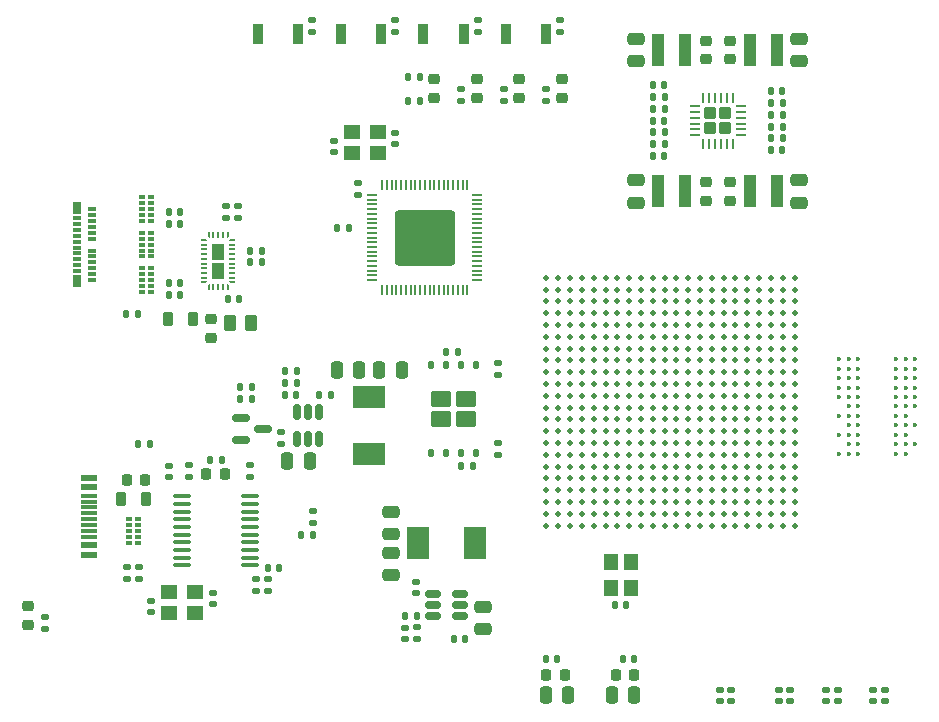
<source format=gbr>
%TF.GenerationSoftware,KiCad,Pcbnew,8.0.0*%
%TF.CreationDate,2024-03-11T20:36:25+10:00*%
%TF.ProjectId,PCIeDMA,50434965-444d-4412-9e6b-696361645f70,1*%
%TF.SameCoordinates,Original*%
%TF.FileFunction,Paste,Top*%
%TF.FilePolarity,Positive*%
%FSLAX46Y46*%
G04 Gerber Fmt 4.6, Leading zero omitted, Abs format (unit mm)*
G04 Created by KiCad (PCBNEW 8.0.0) date 2024-03-11 20:36:25*
%MOMM*%
%LPD*%
G01*
G04 APERTURE LIST*
G04 Aperture macros list*
%AMRoundRect*
0 Rectangle with rounded corners*
0 $1 Rounding radius*
0 $2 $3 $4 $5 $6 $7 $8 $9 X,Y pos of 4 corners*
0 Add a 4 corners polygon primitive as box body*
4,1,4,$2,$3,$4,$5,$6,$7,$8,$9,$2,$3,0*
0 Add four circle primitives for the rounded corners*
1,1,$1+$1,$2,$3*
1,1,$1+$1,$4,$5*
1,1,$1+$1,$6,$7*
1,1,$1+$1,$8,$9*
0 Add four rect primitives between the rounded corners*
20,1,$1+$1,$2,$3,$4,$5,0*
20,1,$1+$1,$4,$5,$6,$7,0*
20,1,$1+$1,$6,$7,$8,$9,0*
20,1,$1+$1,$8,$9,$2,$3,0*%
%AMFreePoly0*
4,1,18,-0.250000,0.050000,-0.246194,0.069134,-0.235355,0.085355,-0.219134,0.096194,-0.200000,0.100000,0.150000,0.100000,0.250000,0.000000,0.250000,-0.050000,0.246194,-0.069134,0.235355,-0.085355,0.219134,-0.096194,0.200000,-0.100000,-0.200000,-0.100000,-0.219134,-0.096194,-0.235355,-0.085355,-0.246194,-0.069134,-0.250000,-0.050000,-0.250000,0.050000,-0.250000,0.050000,$1*%
%AMFreePoly1*
4,1,18,-0.250000,0.050000,-0.246194,0.069134,-0.235355,0.085355,-0.219134,0.096194,-0.200000,0.100000,0.200000,0.100000,0.219134,0.096194,0.235355,0.085355,0.246194,0.069134,0.250000,0.050000,0.250000,0.000000,0.150000,-0.100000,-0.200000,-0.100000,-0.219134,-0.096194,-0.235355,-0.085355,-0.246194,-0.069134,-0.250000,-0.050000,-0.250000,0.050000,-0.250000,0.050000,$1*%
%AMFreePoly2*
4,1,18,-0.100000,0.150000,0.000000,0.250000,0.050000,0.250000,0.069134,0.246194,0.085355,0.235355,0.096194,0.219134,0.100000,0.200000,0.100000,-0.200000,0.096194,-0.219134,0.085355,-0.235355,0.069134,-0.246194,0.050000,-0.250000,-0.050000,-0.250000,-0.069134,-0.246194,-0.085355,-0.235355,-0.096194,-0.219134,-0.100000,-0.200000,-0.100000,0.150000,-0.100000,0.150000,$1*%
%AMFreePoly3*
4,1,18,-0.100000,0.200000,-0.096194,0.219134,-0.085355,0.235355,-0.069134,0.246194,-0.050000,0.250000,0.000000,0.250000,0.100000,0.150000,0.100000,-0.200000,0.096194,-0.219134,0.085355,-0.235355,0.069134,-0.246194,0.050000,-0.250000,-0.050000,-0.250000,-0.069134,-0.246194,-0.085355,-0.235355,-0.096194,-0.219134,-0.100000,-0.200000,-0.100000,0.200000,-0.100000,0.200000,$1*%
%AMFreePoly4*
4,1,18,-0.250000,0.050000,-0.246194,0.069134,-0.235355,0.085355,-0.219134,0.096194,-0.200000,0.100000,0.200000,0.100000,0.219134,0.096194,0.235355,0.085355,0.246194,0.069134,0.250000,0.050000,0.250000,-0.050000,0.246194,-0.069134,0.235355,-0.085355,0.219134,-0.096194,0.200000,-0.100000,-0.150000,-0.100000,-0.250000,0.000000,-0.250000,0.050000,-0.250000,0.050000,$1*%
%AMFreePoly5*
4,1,18,-0.250000,0.000000,-0.150000,0.100000,0.200000,0.100000,0.219134,0.096194,0.235355,0.085355,0.246194,0.069134,0.250000,0.050000,0.250000,-0.050000,0.246194,-0.069134,0.235355,-0.085355,0.219134,-0.096194,0.200000,-0.100000,-0.200000,-0.100000,-0.219134,-0.096194,-0.235355,-0.085355,-0.246194,-0.069134,-0.250000,-0.050000,-0.250000,0.000000,-0.250000,0.000000,$1*%
%AMFreePoly6*
4,1,18,-0.100000,0.200000,-0.096194,0.219134,-0.085355,0.235355,-0.069134,0.246194,-0.050000,0.250000,0.050000,0.250000,0.069134,0.246194,0.085355,0.235355,0.096194,0.219134,0.100000,0.200000,0.100000,-0.150000,0.000000,-0.250000,-0.050000,-0.250000,-0.069134,-0.246194,-0.085355,-0.235355,-0.096194,-0.219134,-0.100000,-0.200000,-0.100000,0.200000,-0.100000,0.200000,$1*%
%AMFreePoly7*
4,1,18,-0.100000,0.200000,-0.096194,0.219134,-0.085355,0.235355,-0.069134,0.246194,-0.050000,0.250000,0.050000,0.250000,0.069134,0.246194,0.085355,0.235355,0.096194,0.219134,0.100000,0.200000,0.100000,-0.200000,0.096194,-0.219134,0.085355,-0.235355,0.069134,-0.246194,0.050000,-0.250000,0.000000,-0.250000,-0.100000,-0.150000,-0.100000,0.200000,-0.100000,0.200000,$1*%
G04 Aperture macros list end*
%ADD10RoundRect,0.140000X0.170000X-0.140000X0.170000X0.140000X-0.170000X0.140000X-0.170000X-0.140000X0*%
%ADD11RoundRect,0.135000X0.185000X-0.135000X0.185000X0.135000X-0.185000X0.135000X-0.185000X-0.135000X0*%
%ADD12FreePoly0,180.000000*%
%ADD13RoundRect,0.050000X0.200000X0.050000X-0.200000X0.050000X-0.200000X-0.050000X0.200000X-0.050000X0*%
%ADD14FreePoly1,180.000000*%
%ADD15FreePoly2,180.000000*%
%ADD16RoundRect,0.050000X0.050000X0.200000X-0.050000X0.200000X-0.050000X-0.200000X0.050000X-0.200000X0*%
%ADD17FreePoly3,180.000000*%
%ADD18FreePoly4,180.000000*%
%ADD19FreePoly5,180.000000*%
%ADD20FreePoly6,180.000000*%
%ADD21FreePoly7,180.000000*%
%ADD22RoundRect,0.045833X0.504167X0.654167X-0.504167X0.654167X-0.504167X-0.654167X0.504167X-0.654167X0*%
%ADD23RoundRect,0.250000X0.475000X-0.250000X0.475000X0.250000X-0.475000X0.250000X-0.475000X-0.250000X0*%
%ADD24RoundRect,0.140000X-0.140000X-0.170000X0.140000X-0.170000X0.140000X0.170000X-0.140000X0.170000X0*%
%ADD25RoundRect,0.135000X-0.185000X0.135000X-0.185000X-0.135000X0.185000X-0.135000X0.185000X0.135000X0*%
%ADD26RoundRect,0.218750X-0.218750X-0.256250X0.218750X-0.256250X0.218750X0.256250X-0.218750X0.256250X0*%
%ADD27RoundRect,0.140000X-0.170000X0.140000X-0.170000X-0.140000X0.170000X-0.140000X0.170000X0.140000X0*%
%ADD28R,0.900000X1.700000*%
%ADD29RoundRect,0.225000X0.225000X0.250000X-0.225000X0.250000X-0.225000X-0.250000X0.225000X-0.250000X0*%
%ADD30R,2.790000X1.903000*%
%ADD31C,0.500000*%
%ADD32RoundRect,0.250000X-0.250000X-0.475000X0.250000X-0.475000X0.250000X0.475000X-0.250000X0.475000X0*%
%ADD33RoundRect,0.135000X-0.135000X-0.185000X0.135000X-0.185000X0.135000X0.185000X-0.135000X0.185000X0*%
%ADD34RoundRect,0.135000X0.135000X0.185000X-0.135000X0.185000X-0.135000X-0.185000X0.135000X-0.185000X0*%
%ADD35RoundRect,0.140000X0.140000X0.170000X-0.140000X0.170000X-0.140000X-0.170000X0.140000X-0.170000X0*%
%ADD36RoundRect,0.250000X-0.475000X0.250000X-0.475000X-0.250000X0.475000X-0.250000X0.475000X0.250000X0*%
%ADD37RoundRect,0.218750X-0.256250X0.218750X-0.256250X-0.218750X0.256250X-0.218750X0.256250X0.218750X0*%
%ADD38RoundRect,0.250000X0.250000X0.475000X-0.250000X0.475000X-0.250000X-0.475000X0.250000X-0.475000X0*%
%ADD39RoundRect,0.075000X-0.200000X0.075000X-0.200000X-0.075000X0.200000X-0.075000X0.200000X0.075000X0*%
%ADD40R,1.450000X0.600000*%
%ADD41R,1.450000X0.300000*%
%ADD42RoundRect,0.150000X-0.512500X-0.150000X0.512500X-0.150000X0.512500X0.150000X-0.512500X0.150000X0*%
%ADD43RoundRect,0.100000X0.637500X0.100000X-0.637500X0.100000X-0.637500X-0.100000X0.637500X-0.100000X0*%
%ADD44RoundRect,0.250001X-2.294999X2.089999X-2.294999X-2.089999X2.294999X-2.089999X2.294999X2.089999X0*%
%ADD45RoundRect,0.050000X-0.050000X0.387500X-0.050000X-0.387500X0.050000X-0.387500X0.050000X0.387500X0*%
%ADD46RoundRect,0.050000X-0.387500X0.050000X-0.387500X-0.050000X0.387500X-0.050000X0.387500X0.050000X0*%
%ADD47R,1.000000X2.750000*%
%ADD48RoundRect,0.225000X-0.250000X0.225000X-0.250000X-0.225000X0.250000X-0.225000X0.250000X0.225000X0*%
%ADD49R,0.700000X0.300000*%
%ADD50R,0.700000X1.000000*%
%ADD51R,1.400000X1.200000*%
%ADD52RoundRect,0.250000X-0.615000X0.435000X-0.615000X-0.435000X0.615000X-0.435000X0.615000X0.435000X0*%
%ADD53RoundRect,0.125000X-0.125000X0.200000X-0.125000X-0.200000X0.125000X-0.200000X0.125000X0.200000X0*%
%ADD54RoundRect,0.150000X-0.150000X0.512500X-0.150000X-0.512500X0.150000X-0.512500X0.150000X0.512500X0*%
%ADD55RoundRect,0.150000X-0.587500X-0.150000X0.587500X-0.150000X0.587500X0.150000X-0.587500X0.150000X0*%
%ADD56RoundRect,0.250000X-0.262500X-0.450000X0.262500X-0.450000X0.262500X0.450000X-0.262500X0.450000X0*%
%ADD57RoundRect,0.218750X0.256250X-0.218750X0.256250X0.218750X-0.256250X0.218750X-0.256250X-0.218750X0*%
%ADD58RoundRect,0.250000X-0.275000X-0.275000X0.275000X-0.275000X0.275000X0.275000X-0.275000X0.275000X0*%
%ADD59RoundRect,0.062500X-0.350000X-0.062500X0.350000X-0.062500X0.350000X0.062500X-0.350000X0.062500X0*%
%ADD60RoundRect,0.062500X-0.062500X-0.350000X0.062500X-0.350000X0.062500X0.350000X-0.062500X0.350000X0*%
%ADD61RoundRect,0.218750X-0.218750X-0.381250X0.218750X-0.381250X0.218750X0.381250X-0.218750X0.381250X0*%
%ADD62R,1.903000X2.790000*%
%ADD63RoundRect,0.225000X0.250000X-0.225000X0.250000X0.225000X-0.250000X0.225000X-0.250000X-0.225000X0*%
%ADD64R,1.200000X1.400000*%
%ADD65C,0.360000*%
%ADD66RoundRect,0.225000X-0.225000X-0.250000X0.225000X-0.250000X0.225000X0.250000X-0.225000X0.250000X0*%
G04 APERTURE END LIST*
D10*
%TO.C,C28*%
X12550000Y-51830000D03*
X12550000Y-50870000D03*
%TD*%
D11*
%TO.C,R47*%
X23550000Y-37610000D03*
X23550000Y-36590000D03*
%TD*%
D12*
%TO.C,U6*%
X19400000Y-23900000D03*
D13*
X19400000Y-23500000D03*
X19400000Y-23100000D03*
X19400000Y-22700000D03*
X19400000Y-22300000D03*
X19400000Y-21900000D03*
X19400000Y-21500000D03*
X19400000Y-21100000D03*
X19400000Y-20700000D03*
D14*
X19400000Y-20300000D03*
D15*
X19000000Y-19900000D03*
D16*
X18600000Y-19900000D03*
X18200000Y-19900000D03*
X17800000Y-19900000D03*
D17*
X17400000Y-19900000D03*
D18*
X17000000Y-20300000D03*
D13*
X17000000Y-20700000D03*
X17000000Y-21100000D03*
X17000000Y-21500000D03*
X17000000Y-21900000D03*
X17000000Y-22300000D03*
X17000000Y-22700000D03*
X17000000Y-23100000D03*
X17000000Y-23500000D03*
D19*
X17000000Y-23900000D03*
D20*
X17400000Y-24300000D03*
D16*
X17800000Y-24300000D03*
X18200000Y-24300000D03*
X18600000Y-24300000D03*
D21*
X19000000Y-24300000D03*
D22*
X18200000Y-22900000D03*
X18200000Y-21300000D03*
%TD*%
D23*
%TO.C,C111*%
X53600000Y-17150000D03*
X53600000Y-15250000D03*
%TD*%
D24*
%TO.C,C21*%
X45970000Y-55800000D03*
X46930000Y-55800000D03*
%TD*%
D25*
%TO.C,R36*%
X38775000Y-7490000D03*
X38775000Y-8510000D03*
%TD*%
D26*
%TO.C,D1*%
X17212500Y-40100000D03*
X18787500Y-40100000D03*
%TD*%
D27*
%TO.C,C5*%
X60650000Y-58420000D03*
X60650000Y-59380000D03*
%TD*%
D24*
%TO.C,C31*%
X14020000Y-18925000D03*
X14980000Y-18925000D03*
%TD*%
D11*
%TO.C,R13*%
X15700000Y-40410000D03*
X15700000Y-39390000D03*
%TD*%
D24*
%TO.C,C34*%
X14020000Y-23975000D03*
X14980000Y-23975000D03*
%TD*%
D28*
%TO.C,SW3*%
X28575000Y-2900000D03*
X31975000Y-2900000D03*
%TD*%
D27*
%TO.C,C4*%
X74650000Y-58420000D03*
X74650000Y-59380000D03*
%TD*%
D29*
%TO.C,C25*%
X12025000Y-40600000D03*
X10475000Y-40600000D03*
%TD*%
%TO.C,C23*%
X53425000Y-57100000D03*
X51875000Y-57100000D03*
%TD*%
D24*
%TO.C,C107*%
X55020000Y-13200000D03*
X55980000Y-13200000D03*
%TD*%
D30*
%TO.C,L2*%
X31000000Y-38426500D03*
X31000000Y-33573500D03*
%TD*%
D31*
%TO.C,U8*%
X67000000Y-44500000D03*
X66000000Y-44500000D03*
X65000000Y-44500000D03*
X64000000Y-44500000D03*
X63000000Y-44500000D03*
X62000000Y-44500000D03*
X61000000Y-44500000D03*
X60000000Y-44500000D03*
X59000000Y-44500000D03*
X58000000Y-44500000D03*
X57000000Y-44500000D03*
X56000000Y-44500000D03*
X55000000Y-44500000D03*
X54000000Y-44500000D03*
X53000000Y-44500000D03*
X52000000Y-44500000D03*
X51000000Y-44500000D03*
X50000000Y-44500000D03*
X49000000Y-44500000D03*
X48000000Y-44500000D03*
X47000000Y-44500000D03*
X46000000Y-44500000D03*
X67000000Y-24500000D03*
X66000000Y-24500000D03*
X65000000Y-24500000D03*
X64000000Y-24500000D03*
X63000000Y-24500000D03*
X62000000Y-24500000D03*
X61000000Y-24500000D03*
X60000000Y-24500000D03*
X59000000Y-24500000D03*
X58000000Y-24500000D03*
X57000000Y-24500000D03*
X56000000Y-24500000D03*
X55000000Y-24500000D03*
X54000000Y-24500000D03*
X53000000Y-24500000D03*
X52000000Y-24500000D03*
X51000000Y-24500000D03*
X50000000Y-24500000D03*
X49000000Y-24500000D03*
X48000000Y-24500000D03*
X47000000Y-24500000D03*
X46000000Y-24500000D03*
X67000000Y-23500000D03*
X66000000Y-23500000D03*
X65000000Y-23500000D03*
X64000000Y-23500000D03*
X63000000Y-23500000D03*
X62000000Y-23500000D03*
X61000000Y-23500000D03*
X60000000Y-23500000D03*
X59000000Y-23500000D03*
X58000000Y-23500000D03*
X57000000Y-23500000D03*
X56000000Y-23500000D03*
X55000000Y-23500000D03*
X54000000Y-23500000D03*
X53000000Y-23500000D03*
X52000000Y-23500000D03*
X51000000Y-23500000D03*
X50000000Y-23500000D03*
X49000000Y-23500000D03*
X48000000Y-23500000D03*
X47000000Y-23500000D03*
X46000000Y-23500000D03*
X67000000Y-43500000D03*
X66000000Y-43500000D03*
X65000000Y-43500000D03*
X64000000Y-43500000D03*
X63000000Y-43500000D03*
X62000000Y-43500000D03*
X61000000Y-43500000D03*
X60000000Y-43500000D03*
X59000000Y-43500000D03*
X58000000Y-43500000D03*
X57000000Y-43500000D03*
X56000000Y-43500000D03*
X55000000Y-43500000D03*
X54000000Y-43500000D03*
X53000000Y-43500000D03*
X52000000Y-43500000D03*
X51000000Y-43500000D03*
X50000000Y-43500000D03*
X49000000Y-43500000D03*
X48000000Y-43500000D03*
X47000000Y-43500000D03*
X46000000Y-43500000D03*
X67000000Y-42500000D03*
X66000000Y-42500000D03*
X65000000Y-42500000D03*
X64000000Y-42500000D03*
X63000000Y-42500000D03*
X62000000Y-42500000D03*
X61000000Y-42500000D03*
X60000000Y-42500000D03*
X59000000Y-42500000D03*
X58000000Y-42500000D03*
X57000000Y-42500000D03*
X56000000Y-42500000D03*
X55000000Y-42500000D03*
X54000000Y-42500000D03*
X53000000Y-42500000D03*
X52000000Y-42500000D03*
X51000000Y-42500000D03*
X50000000Y-42500000D03*
X49000000Y-42500000D03*
X48000000Y-42500000D03*
X47000000Y-42500000D03*
X46000000Y-42500000D03*
X67000000Y-41500000D03*
X66000000Y-41500000D03*
X65000000Y-41500000D03*
X64000000Y-41500000D03*
X63000000Y-41500000D03*
X62000000Y-41500000D03*
X61000000Y-41500000D03*
X60000000Y-41500000D03*
X59000000Y-41500000D03*
X58000000Y-41500000D03*
X57000000Y-41500000D03*
X56000000Y-41500000D03*
X55000000Y-41500000D03*
X54000000Y-41500000D03*
X53000000Y-41500000D03*
X52000000Y-41500000D03*
X51000000Y-41500000D03*
X50000000Y-41500000D03*
X49000000Y-41500000D03*
X48000000Y-41500000D03*
X47000000Y-41500000D03*
X46000000Y-41500000D03*
X67000000Y-40500000D03*
X66000000Y-40500000D03*
X65000000Y-40500000D03*
X64000000Y-40500000D03*
X63000000Y-40500000D03*
X62000000Y-40500000D03*
X61000000Y-40500000D03*
X60000000Y-40500000D03*
X59000000Y-40500000D03*
X58000000Y-40500000D03*
X57000000Y-40500000D03*
X56000000Y-40500000D03*
X55000000Y-40500000D03*
X54000000Y-40500000D03*
X53000000Y-40500000D03*
X52000000Y-40500000D03*
X51000000Y-40500000D03*
X50000000Y-40500000D03*
X49000000Y-40500000D03*
X48000000Y-40500000D03*
X47000000Y-40500000D03*
X46000000Y-40500000D03*
X67000000Y-39500000D03*
X66000000Y-39500000D03*
X65000000Y-39500000D03*
X64000000Y-39500000D03*
X63000000Y-39500000D03*
X62000000Y-39500000D03*
X61000000Y-39500000D03*
X60000000Y-39500000D03*
X59000000Y-39500000D03*
X58000000Y-39500000D03*
X57000000Y-39500000D03*
X56000000Y-39500000D03*
X55000000Y-39500000D03*
X54000000Y-39500000D03*
X53000000Y-39500000D03*
X52000000Y-39500000D03*
X51000000Y-39500000D03*
X50000000Y-39500000D03*
X49000000Y-39500000D03*
X48000000Y-39500000D03*
X47000000Y-39500000D03*
X46000000Y-39500000D03*
X67000000Y-38500000D03*
X66000000Y-38500000D03*
X65000000Y-38500000D03*
X64000000Y-38500000D03*
X63000000Y-38500000D03*
X62000000Y-38500000D03*
X61000000Y-38500000D03*
X60000000Y-38500000D03*
X59000000Y-38500000D03*
X58000000Y-38500000D03*
X57000000Y-38500000D03*
X56000000Y-38500000D03*
X55000000Y-38500000D03*
X54000000Y-38500000D03*
X53000000Y-38500000D03*
X52000000Y-38500000D03*
X51000000Y-38500000D03*
X50000000Y-38500000D03*
X49000000Y-38500000D03*
X48000000Y-38500000D03*
X47000000Y-38500000D03*
X46000000Y-38500000D03*
X67000000Y-37500000D03*
X66000000Y-37500000D03*
X65000000Y-37500000D03*
X64000000Y-37500000D03*
X63000000Y-37500000D03*
X62000000Y-37500000D03*
X61000000Y-37500000D03*
X60000000Y-37500000D03*
X59000000Y-37500000D03*
X58000000Y-37500000D03*
X57000000Y-37500000D03*
X56000000Y-37500000D03*
X55000000Y-37500000D03*
X54000000Y-37500000D03*
X53000000Y-37500000D03*
X52000000Y-37500000D03*
X51000000Y-37500000D03*
X50000000Y-37500000D03*
X49000000Y-37500000D03*
X48000000Y-37500000D03*
X47000000Y-37500000D03*
X46000000Y-37500000D03*
X67000000Y-36500000D03*
X66000000Y-36500000D03*
X65000000Y-36500000D03*
X64000000Y-36500000D03*
X63000000Y-36500000D03*
X62000000Y-36500000D03*
X61000000Y-36500000D03*
X60000000Y-36500000D03*
X59000000Y-36500000D03*
X58000000Y-36500000D03*
X57000000Y-36500000D03*
X56000000Y-36500000D03*
X55000000Y-36500000D03*
X54000000Y-36500000D03*
X53000000Y-36500000D03*
X52000000Y-36500000D03*
X51000000Y-36500000D03*
X50000000Y-36500000D03*
X49000000Y-36500000D03*
X48000000Y-36500000D03*
X47000000Y-36500000D03*
X46000000Y-36500000D03*
X67000000Y-35500000D03*
X66000000Y-35500000D03*
X65000000Y-35500000D03*
X64000000Y-35500000D03*
X63000000Y-35500000D03*
X62000000Y-35500000D03*
X61000000Y-35500000D03*
X60000000Y-35500000D03*
X59000000Y-35500000D03*
X58000000Y-35500000D03*
X57000000Y-35500000D03*
X56000000Y-35500000D03*
X55000000Y-35500000D03*
X54000000Y-35500000D03*
X53000000Y-35500000D03*
X52000000Y-35500000D03*
X51000000Y-35500000D03*
X50000000Y-35500000D03*
X49000000Y-35500000D03*
X48000000Y-35500000D03*
X47000000Y-35500000D03*
X46000000Y-35500000D03*
X67000000Y-34500000D03*
X66000000Y-34500000D03*
X65000000Y-34500000D03*
X64000000Y-34500000D03*
X63000000Y-34500000D03*
X62000000Y-34500000D03*
X61000000Y-34500000D03*
X60000000Y-34500000D03*
X59000000Y-34500000D03*
X58000000Y-34500000D03*
X57000000Y-34500000D03*
X56000000Y-34500000D03*
X55000000Y-34500000D03*
X54000000Y-34500000D03*
X53000000Y-34500000D03*
X52000000Y-34500000D03*
X51000000Y-34500000D03*
X50000000Y-34500000D03*
X49000000Y-34500000D03*
X48000000Y-34500000D03*
X47000000Y-34500000D03*
X46000000Y-34500000D03*
X67000000Y-33500000D03*
X66000000Y-33500000D03*
X65000000Y-33500000D03*
X64000000Y-33500000D03*
X63000000Y-33500000D03*
X62000000Y-33500000D03*
X61000000Y-33500000D03*
X60000000Y-33500000D03*
X59000000Y-33500000D03*
X58000000Y-33500000D03*
X57000000Y-33500000D03*
X56000000Y-33500000D03*
X55000000Y-33500000D03*
X54000000Y-33500000D03*
X53000000Y-33500000D03*
X52000000Y-33500000D03*
X51000000Y-33500000D03*
X50000000Y-33500000D03*
X49000000Y-33500000D03*
X48000000Y-33500000D03*
X47000000Y-33500000D03*
X46000000Y-33500000D03*
X67000000Y-32500000D03*
X66000000Y-32500000D03*
X65000000Y-32500000D03*
X64000000Y-32500000D03*
X63000000Y-32500000D03*
X62000000Y-32500000D03*
X61000000Y-32500000D03*
X60000000Y-32500000D03*
X59000000Y-32500000D03*
X58000000Y-32500000D03*
X57000000Y-32500000D03*
X56000000Y-32500000D03*
X55000000Y-32500000D03*
X54000000Y-32500000D03*
X53000000Y-32500000D03*
X52000000Y-32500000D03*
X51000000Y-32500000D03*
X50000000Y-32500000D03*
X49000000Y-32500000D03*
X48000000Y-32500000D03*
X47000000Y-32500000D03*
X46000000Y-32500000D03*
X67000000Y-31500000D03*
X66000000Y-31500000D03*
X65000000Y-31500000D03*
X64000000Y-31500000D03*
X63000000Y-31500000D03*
X62000000Y-31500000D03*
X61000000Y-31500000D03*
X60000000Y-31500000D03*
X59000000Y-31500000D03*
X58000000Y-31500000D03*
X57000000Y-31500000D03*
X56000000Y-31500000D03*
X55000000Y-31500000D03*
X54000000Y-31500000D03*
X53000000Y-31500000D03*
X52000000Y-31500000D03*
X51000000Y-31500000D03*
X50000000Y-31500000D03*
X49000000Y-31500000D03*
X48000000Y-31500000D03*
X47000000Y-31500000D03*
X46000000Y-31500000D03*
X67000000Y-30500000D03*
X66000000Y-30500000D03*
X65000000Y-30500000D03*
X64000000Y-30500000D03*
X63000000Y-30500000D03*
X62000000Y-30500000D03*
X61000000Y-30500000D03*
X60000000Y-30500000D03*
X59000000Y-30500000D03*
X58000000Y-30500000D03*
X57000000Y-30500000D03*
X56000000Y-30500000D03*
X55000000Y-30500000D03*
X54000000Y-30500000D03*
X53000000Y-30500000D03*
X52000000Y-30500000D03*
X51000000Y-30500000D03*
X50000000Y-30500000D03*
X49000000Y-30500000D03*
X48000000Y-30500000D03*
X47000000Y-30500000D03*
X46000000Y-30500000D03*
X67000000Y-29500000D03*
X66000000Y-29500000D03*
X65000000Y-29500000D03*
X64000000Y-29500000D03*
X63000000Y-29500000D03*
X62000000Y-29500000D03*
X61000000Y-29500000D03*
X60000000Y-29500000D03*
X59000000Y-29500000D03*
X58000000Y-29500000D03*
X57000000Y-29500000D03*
X56000000Y-29500000D03*
X55000000Y-29500000D03*
X54000000Y-29500000D03*
X53000000Y-29500000D03*
X52000000Y-29500000D03*
X51000000Y-29500000D03*
X50000000Y-29500000D03*
X49000000Y-29500000D03*
X48000000Y-29500000D03*
X47000000Y-29500000D03*
X46000000Y-29500000D03*
X67000000Y-28500000D03*
X66000000Y-28500000D03*
X65000000Y-28500000D03*
X64000000Y-28500000D03*
X63000000Y-28500000D03*
X62000000Y-28500000D03*
X61000000Y-28500000D03*
X60000000Y-28500000D03*
X59000000Y-28500000D03*
X58000000Y-28500000D03*
X57000000Y-28500000D03*
X56000000Y-28500000D03*
X55000000Y-28500000D03*
X54000000Y-28500000D03*
X53000000Y-28500000D03*
X52000000Y-28500000D03*
X51000000Y-28500000D03*
X50000000Y-28500000D03*
X49000000Y-28500000D03*
X48000000Y-28500000D03*
X47000000Y-28500000D03*
X46000000Y-28500000D03*
X67000000Y-27500000D03*
X66000000Y-27500000D03*
X65000000Y-27500000D03*
X64000000Y-27500000D03*
X63000000Y-27500000D03*
X62000000Y-27500000D03*
X61000000Y-27500000D03*
X60000000Y-27500000D03*
X59000000Y-27500000D03*
X58000000Y-27500000D03*
X57000000Y-27500000D03*
X56000000Y-27500000D03*
X55000000Y-27500000D03*
X54000000Y-27500000D03*
X53000000Y-27500000D03*
X52000000Y-27500000D03*
X51000000Y-27500000D03*
X50000000Y-27500000D03*
X49000000Y-27500000D03*
X48000000Y-27500000D03*
X47000000Y-27500000D03*
X46000000Y-27500000D03*
X67000000Y-26500000D03*
X66000000Y-26500000D03*
X65000000Y-26500000D03*
X64000000Y-26500000D03*
X63000000Y-26500000D03*
X62000000Y-26500000D03*
X61000000Y-26500000D03*
X60000000Y-26500000D03*
X59000000Y-26500000D03*
X58000000Y-26500000D03*
X57000000Y-26500000D03*
X56000000Y-26500000D03*
X55000000Y-26500000D03*
X54000000Y-26500000D03*
X53000000Y-26500000D03*
X52000000Y-26500000D03*
X51000000Y-26500000D03*
X50000000Y-26500000D03*
X49000000Y-26500000D03*
X48000000Y-26500000D03*
X47000000Y-26500000D03*
X46000000Y-26500000D03*
X67000000Y-25500000D03*
X66000000Y-25500000D03*
X65000000Y-25500000D03*
X64000000Y-25500000D03*
X63000000Y-25500000D03*
X62000000Y-25500000D03*
X61000000Y-25500000D03*
X60000000Y-25500000D03*
X59000000Y-25500000D03*
X58000000Y-25500000D03*
X57000000Y-25500000D03*
X56000000Y-25500000D03*
X55000000Y-25500000D03*
X54000000Y-25500000D03*
X53000000Y-25500000D03*
X52000000Y-25500000D03*
X51000000Y-25500000D03*
X50000000Y-25500000D03*
X49000000Y-25500000D03*
X48000000Y-25500000D03*
X47000000Y-25500000D03*
X46000000Y-25500000D03*
%TD*%
D10*
%TO.C,C29*%
X14000000Y-40380000D03*
X14000000Y-39420000D03*
%TD*%
D25*
%TO.C,R27*%
X45975000Y-7490000D03*
X45975000Y-8510000D03*
%TD*%
D32*
%TO.C,C99*%
X31850000Y-31300000D03*
X33750000Y-31300000D03*
%TD*%
D33*
%TO.C,R9*%
X17490000Y-38900000D03*
X18510000Y-38900000D03*
%TD*%
D10*
%TO.C,C93*%
X34000000Y-54080000D03*
X34000000Y-53120000D03*
%TD*%
%TO.C,C88*%
X41900000Y-38480000D03*
X41900000Y-37520000D03*
%TD*%
D34*
%TO.C,R18*%
X26210000Y-45250000D03*
X25190000Y-45250000D03*
%TD*%
D33*
%TO.C,R59*%
X64990000Y-8700000D03*
X66010000Y-8700000D03*
%TD*%
D35*
%TO.C,C101*%
X55980000Y-10200000D03*
X55020000Y-10200000D03*
%TD*%
D36*
%TO.C,C95*%
X32800000Y-46800000D03*
X32800000Y-48700000D03*
%TD*%
D33*
%TO.C,R53*%
X64990000Y-11700000D03*
X66010000Y-11700000D03*
%TD*%
D25*
%TO.C,R29*%
X26175000Y-1690000D03*
X26175000Y-2710000D03*
%TD*%
%TO.C,R24*%
X47175000Y-1690000D03*
X47175000Y-2710000D03*
%TD*%
D37*
%TO.C,D2*%
X47275000Y-6712500D03*
X47275000Y-8287500D03*
%TD*%
D33*
%TO.C,R48*%
X23840000Y-32400000D03*
X24860000Y-32400000D03*
%TD*%
D34*
%TO.C,R58*%
X66010000Y-9700000D03*
X64990000Y-9700000D03*
%TD*%
D38*
%TO.C,C100*%
X30150000Y-31300000D03*
X28250000Y-31300000D03*
%TD*%
D24*
%TO.C,C33*%
X14020000Y-17975000D03*
X14980000Y-17975000D03*
%TD*%
D39*
%TO.C,U4*%
X11765000Y-16700000D03*
X11765000Y-17200000D03*
X11765000Y-17700000D03*
X11765000Y-18200000D03*
X11765000Y-18700000D03*
X12535000Y-18700000D03*
X12535000Y-18200000D03*
X12535000Y-17700000D03*
X12535000Y-17200000D03*
X12535000Y-16700000D03*
%TD*%
D40*
%TO.C,J2*%
X7235000Y-40450000D03*
X7235000Y-41250000D03*
D41*
X7235000Y-42450000D03*
X7235000Y-43450000D03*
X7235000Y-43950000D03*
X7235000Y-44950000D03*
D40*
X7235000Y-46150000D03*
X7235000Y-46950000D03*
X7235000Y-46950000D03*
X7235000Y-46150000D03*
D41*
X7235000Y-45450000D03*
X7235000Y-44450000D03*
X7235000Y-42950000D03*
X7235000Y-41950000D03*
D40*
X7235000Y-41250000D03*
X7235000Y-40450000D03*
%TD*%
D42*
%TO.C,U10*%
X36412500Y-50250000D03*
X36412500Y-51200000D03*
X36412500Y-52150000D03*
X38687500Y-52150000D03*
X38687500Y-51200000D03*
X38687500Y-50250000D03*
%TD*%
D38*
%TO.C,C22*%
X53450000Y-58850000D03*
X51550000Y-58850000D03*
%TD*%
D27*
%TO.C,C2*%
X66650000Y-58420000D03*
X66650000Y-59380000D03*
%TD*%
D11*
%TO.C,R39*%
X41900000Y-31760000D03*
X41900000Y-30740000D03*
%TD*%
D43*
%TO.C,U2*%
X20862500Y-47850000D03*
X20862500Y-47200000D03*
X20862500Y-46550000D03*
X20862500Y-45900000D03*
X20862500Y-45250000D03*
X20862500Y-44600000D03*
X20862500Y-43950000D03*
X20862500Y-43300000D03*
X20862500Y-42650000D03*
X20862500Y-42000000D03*
X15137500Y-42000000D03*
X15137500Y-42650000D03*
X15137500Y-43300000D03*
X15137500Y-43950000D03*
X15137500Y-44600000D03*
X15137500Y-45250000D03*
X15137500Y-45900000D03*
X15137500Y-46550000D03*
X15137500Y-47200000D03*
X15137500Y-47850000D03*
%TD*%
D44*
%TO.C,U7*%
X35700000Y-20100000D03*
D45*
X39300000Y-15662500D03*
X38900000Y-15662500D03*
X38500000Y-15662500D03*
X38100000Y-15662500D03*
X37700000Y-15662500D03*
X37300000Y-15662500D03*
X36900000Y-15662500D03*
X36500000Y-15662500D03*
X36100000Y-15662500D03*
X35700000Y-15662500D03*
X35300000Y-15662500D03*
X34900000Y-15662500D03*
X34500000Y-15662500D03*
X34100000Y-15662500D03*
X33700000Y-15662500D03*
X33300000Y-15662500D03*
X32900000Y-15662500D03*
X32500000Y-15662500D03*
X32100000Y-15662500D03*
D46*
X31262500Y-16500000D03*
X31262500Y-16900000D03*
X31262500Y-17300000D03*
X31262500Y-17700000D03*
X31262500Y-18100000D03*
X31262500Y-18500000D03*
X31262500Y-18900000D03*
X31262500Y-19300000D03*
X31262500Y-19700000D03*
X31262500Y-20100000D03*
X31262500Y-20500000D03*
X31262500Y-20900000D03*
X31262500Y-21300000D03*
X31262500Y-21700000D03*
X31262500Y-22100000D03*
X31262500Y-22500000D03*
X31262500Y-22900000D03*
X31262500Y-23300000D03*
X31262500Y-23700000D03*
D45*
X32100000Y-24537500D03*
X32500000Y-24537500D03*
X32900000Y-24537500D03*
X33300000Y-24537500D03*
X33700000Y-24537500D03*
X34100000Y-24537500D03*
X34500000Y-24537500D03*
X34900000Y-24537500D03*
X35300000Y-24537500D03*
X35700000Y-24537500D03*
X36100000Y-24537500D03*
X36500000Y-24537500D03*
X36900000Y-24537500D03*
X37300000Y-24537500D03*
X37700000Y-24537500D03*
X38100000Y-24537500D03*
X38500000Y-24537500D03*
X38900000Y-24537500D03*
X39300000Y-24537500D03*
D46*
X40137500Y-23700000D03*
X40137500Y-23300000D03*
X40137500Y-22900000D03*
X40137500Y-22500000D03*
X40137500Y-22100000D03*
X40137500Y-21700000D03*
X40137500Y-21300000D03*
X40137500Y-20900000D03*
X40137500Y-20500000D03*
X40137500Y-20100000D03*
X40137500Y-19700000D03*
X40137500Y-19300000D03*
X40137500Y-18900000D03*
X40137500Y-18500000D03*
X40137500Y-18100000D03*
X40137500Y-17700000D03*
X40137500Y-17300000D03*
X40137500Y-16900000D03*
X40137500Y-16500000D03*
%TD*%
D36*
%TO.C,C113*%
X67400000Y-3250000D03*
X67400000Y-5150000D03*
%TD*%
D24*
%TO.C,C91*%
X38170000Y-54050000D03*
X39130000Y-54050000D03*
%TD*%
D11*
%TO.C,R71*%
X3500000Y-53210000D03*
X3500000Y-52190000D03*
%TD*%
D33*
%TO.C,R46*%
X20040000Y-33762500D03*
X21060000Y-33762500D03*
%TD*%
D27*
%TO.C,C1*%
X61650000Y-58420000D03*
X61650000Y-59380000D03*
%TD*%
D33*
%TO.C,R54*%
X54990000Y-11200000D03*
X56010000Y-11200000D03*
%TD*%
D47*
%TO.C,L4*%
X57750000Y-16200000D03*
X55450000Y-16200000D03*
%TD*%
D35*
%TO.C,C109*%
X65980000Y-7700000D03*
X65020000Y-7700000D03*
%TD*%
D34*
%TO.C,R38*%
X38510000Y-29800000D03*
X37490000Y-29800000D03*
%TD*%
D48*
%TO.C,C30*%
X17600000Y-27025000D03*
X17600000Y-28575000D03*
%TD*%
D10*
%TO.C,C41*%
X30050000Y-16480000D03*
X30050000Y-15520000D03*
%TD*%
D34*
%TO.C,R49*%
X24859999Y-31400000D03*
X23840001Y-31400000D03*
%TD*%
%TO.C,R55*%
X56010000Y-12200000D03*
X54990000Y-12200000D03*
%TD*%
D25*
%TO.C,R20*%
X19900000Y-17390000D03*
X19900000Y-18410000D03*
%TD*%
D34*
%TO.C,R52*%
X66010000Y-10700000D03*
X64990000Y-10700000D03*
%TD*%
D49*
%TO.C,J4*%
X7540000Y-17700000D03*
X7540000Y-18200000D03*
X7540000Y-18700000D03*
X7540000Y-19200000D03*
X7540000Y-19700000D03*
X7540000Y-20200000D03*
X7540000Y-21200000D03*
X7540000Y-21700000D03*
X7540000Y-22200000D03*
X7540000Y-22700000D03*
X7540000Y-23200000D03*
X7540000Y-23700000D03*
D50*
X6240000Y-23800000D03*
D49*
X6240000Y-22950000D03*
X6240000Y-22450000D03*
X6240000Y-21950000D03*
X6240000Y-21450000D03*
X6240000Y-20950000D03*
X6240000Y-20450000D03*
X6240000Y-19950000D03*
X6240000Y-19450000D03*
X6240000Y-18950000D03*
X6240000Y-18450000D03*
D50*
X6240000Y-17600000D03*
%TD*%
D27*
%TO.C,C3*%
X70650000Y-58420000D03*
X70650000Y-59380000D03*
%TD*%
D37*
%TO.C,D5*%
X36475000Y-6712500D03*
X36475000Y-8287500D03*
%TD*%
D23*
%TO.C,C110*%
X67400000Y-17150000D03*
X67400000Y-15250000D03*
%TD*%
D47*
%TO.C,L3*%
X63250000Y-16200000D03*
X65550000Y-16200000D03*
%TD*%
D27*
%TO.C,C8*%
X73650000Y-58420000D03*
X73650000Y-59380000D03*
%TD*%
D34*
%TO.C,R23*%
X29310000Y-19300000D03*
X28290000Y-19300000D03*
%TD*%
D25*
%TO.C,R21*%
X18900000Y-17390000D03*
X18900000Y-18410000D03*
%TD*%
D32*
%TO.C,C19*%
X45950000Y-58850000D03*
X47850000Y-58850000D03*
%TD*%
D51*
%TO.C,Y1*%
X16250000Y-50150000D03*
X14050000Y-50150000D03*
X14050000Y-51850000D03*
X16250000Y-51850000D03*
%TD*%
D37*
%TO.C,D3*%
X43675000Y-6712500D03*
X43675000Y-8287500D03*
%TD*%
D33*
%TO.C,R45*%
X20040000Y-32762500D03*
X21060000Y-32762500D03*
%TD*%
D38*
%TO.C,C96*%
X25950000Y-39050000D03*
X24050000Y-39050000D03*
%TD*%
D25*
%TO.C,R26*%
X42375000Y-7490000D03*
X42375000Y-8510000D03*
%TD*%
D52*
%TO.C,U9*%
X39200000Y-33750000D03*
X37050000Y-33750000D03*
X39200000Y-35450000D03*
X37050000Y-35450000D03*
D53*
X40030000Y-30850000D03*
X38760000Y-30850000D03*
X37490000Y-30850000D03*
X36220000Y-30850000D03*
X36220000Y-38350000D03*
X37490000Y-38350000D03*
X38760000Y-38350000D03*
X40030000Y-38350000D03*
%TD*%
D33*
%TO.C,R32*%
X34265000Y-8500000D03*
X35285000Y-8500000D03*
%TD*%
D47*
%TO.C,L6*%
X63250000Y-4200000D03*
X65550000Y-4200000D03*
%TD*%
D36*
%TO.C,C112*%
X53600000Y-3250000D03*
X53600000Y-5150000D03*
%TD*%
D25*
%TO.C,R6*%
X11500000Y-47990000D03*
X11500000Y-49010000D03*
%TD*%
D27*
%TO.C,C27*%
X17750000Y-50170000D03*
X17750000Y-51130000D03*
%TD*%
D54*
%TO.C,U11*%
X26750000Y-34862500D03*
X25800000Y-34862500D03*
X24850000Y-34862500D03*
X24850000Y-37137500D03*
X25800000Y-37137500D03*
X26750000Y-37137500D03*
%TD*%
D11*
%TO.C,R43*%
X35000000Y-54110000D03*
X35000000Y-53090000D03*
%TD*%
D27*
%TO.C,C39*%
X33200000Y-11250000D03*
X33200000Y-12210000D03*
%TD*%
D55*
%TO.C,Q1*%
X20125000Y-35350000D03*
X20125000Y-37250000D03*
X22000000Y-36300000D03*
%TD*%
D24*
%TO.C,C98*%
X23870000Y-33400000D03*
X24830000Y-33400000D03*
%TD*%
D25*
%TO.C,R25*%
X40175000Y-1690000D03*
X40175000Y-2710000D03*
%TD*%
D35*
%TO.C,C89*%
X52760000Y-51250000D03*
X51800000Y-51250000D03*
%TD*%
D48*
%TO.C,C102*%
X61500000Y-15425000D03*
X61500000Y-16975000D03*
%TD*%
D39*
%TO.C,U1*%
X10615000Y-43950000D03*
X10615000Y-44450000D03*
X10615000Y-44950000D03*
X10615000Y-45450000D03*
X10615000Y-45950000D03*
X11385000Y-45950000D03*
X11385000Y-45450000D03*
X11385000Y-44950000D03*
X11385000Y-44450000D03*
X11385000Y-43950000D03*
%TD*%
D11*
%TO.C,R17*%
X20900000Y-40410000D03*
X20900000Y-39390000D03*
%TD*%
D39*
%TO.C,U5*%
X11765000Y-22700000D03*
X11765000Y-23200000D03*
X11765000Y-23700000D03*
X11765000Y-24200000D03*
X11765000Y-24700000D03*
X12535000Y-24700000D03*
X12535000Y-24200000D03*
X12535000Y-23700000D03*
X12535000Y-23200000D03*
X12535000Y-22700000D03*
%TD*%
D24*
%TO.C,C108*%
X55020000Y-7200000D03*
X55980000Y-7200000D03*
%TD*%
D35*
%TO.C,C106*%
X65980000Y-12700000D03*
X65020000Y-12700000D03*
%TD*%
D28*
%TO.C,SW1*%
X42575000Y-2900000D03*
X45975000Y-2900000D03*
%TD*%
D48*
%TO.C,C103*%
X59500000Y-15425000D03*
X59500000Y-16975000D03*
%TD*%
D37*
%TO.C,D4*%
X40075000Y-6712500D03*
X40075000Y-8287500D03*
%TD*%
D28*
%TO.C,SW4*%
X21575000Y-2900000D03*
X24975000Y-2900000D03*
%TD*%
D25*
%TO.C,R8*%
X22400000Y-48990000D03*
X22400000Y-50010000D03*
%TD*%
D27*
%TO.C,C7*%
X69650000Y-58420000D03*
X69650000Y-59380000D03*
%TD*%
D56*
%TO.C,R19*%
X19187500Y-27300000D03*
X21012500Y-27300000D03*
%TD*%
D25*
%TO.C,R5*%
X10500000Y-47990000D03*
X10500000Y-49010000D03*
%TD*%
D36*
%TO.C,C90*%
X40600000Y-51350000D03*
X40600000Y-53250000D03*
%TD*%
D35*
%TO.C,C24*%
X53430000Y-55800000D03*
X52470000Y-55800000D03*
%TD*%
D24*
%TO.C,C35*%
X19020000Y-25300000D03*
X19980000Y-25300000D03*
%TD*%
%TO.C,C97*%
X26770000Y-33400000D03*
X27730000Y-33400000D03*
%TD*%
D11*
%TO.C,R7*%
X21400000Y-50010000D03*
X21400000Y-48990000D03*
%TD*%
D34*
%TO.C,R57*%
X56010000Y-8200000D03*
X54990000Y-8200000D03*
%TD*%
D39*
%TO.C,U3*%
X11765000Y-19700000D03*
X11765000Y-20200000D03*
X11765000Y-20700000D03*
X11765000Y-21200000D03*
X11765000Y-21700000D03*
X12535000Y-21700000D03*
X12535000Y-21200000D03*
X12535000Y-20700000D03*
X12535000Y-20200000D03*
X12535000Y-19700000D03*
%TD*%
D57*
%TO.C,D6*%
X2100000Y-52887500D03*
X2100000Y-51312500D03*
%TD*%
D24*
%TO.C,C26*%
X22420000Y-48050000D03*
X23380000Y-48050000D03*
%TD*%
D28*
%TO.C,SW2*%
X35575000Y-2900000D03*
X38975000Y-2900000D03*
%TD*%
D34*
%TO.C,R42*%
X11410000Y-26600000D03*
X10390000Y-26600000D03*
%TD*%
D51*
%TO.C,Y2*%
X31700000Y-11200000D03*
X29500000Y-11200000D03*
X29500000Y-12900000D03*
X31700000Y-12900000D03*
%TD*%
D34*
%TO.C,R41*%
X12410000Y-37600000D03*
X11390000Y-37600000D03*
%TD*%
D10*
%TO.C,C40*%
X28000000Y-12850000D03*
X28000000Y-11890000D03*
%TD*%
D34*
%TO.C,R44*%
X35010000Y-52150000D03*
X33990000Y-52150000D03*
%TD*%
D58*
%TO.C,U12*%
X59850000Y-9550000D03*
X59850000Y-10850000D03*
X61150000Y-9550000D03*
X61150000Y-10850000D03*
D59*
X58562500Y-8950000D03*
X58562500Y-9450000D03*
X58562500Y-9950000D03*
X58562500Y-10450000D03*
X58562500Y-10950000D03*
X58562500Y-11450000D03*
D60*
X59250000Y-12137500D03*
X59750000Y-12137500D03*
X60250000Y-12137500D03*
X60750000Y-12137500D03*
X61250000Y-12137500D03*
X61750000Y-12137500D03*
D59*
X62437500Y-11450000D03*
X62437500Y-10950000D03*
X62437500Y-10450000D03*
X62437500Y-9950000D03*
X62437500Y-9450000D03*
X62437500Y-8950000D03*
D60*
X61750000Y-8262500D03*
X61250000Y-8262500D03*
X60750000Y-8262500D03*
X60250000Y-8262500D03*
X59750000Y-8262500D03*
X59250000Y-8262500D03*
%TD*%
D61*
%TO.C,FB2*%
X13987500Y-27000000D03*
X16112500Y-27000000D03*
%TD*%
D24*
%TO.C,C38*%
X20920000Y-22175000D03*
X21880000Y-22175000D03*
%TD*%
D33*
%TO.C,R56*%
X54980000Y-9200000D03*
X56000000Y-9200000D03*
%TD*%
D23*
%TO.C,C94*%
X32800000Y-45200000D03*
X32800000Y-43300000D03*
%TD*%
D34*
%TO.C,R40*%
X39810000Y-39400000D03*
X38790000Y-39400000D03*
%TD*%
D47*
%TO.C,L5*%
X57750000Y-4200000D03*
X55450000Y-4200000D03*
%TD*%
D62*
%TO.C,L1*%
X39976500Y-46000000D03*
X35123500Y-46000000D03*
%TD*%
D33*
%TO.C,R30*%
X34265000Y-6500000D03*
X35285000Y-6500000D03*
%TD*%
D11*
%TO.C,R16*%
X26200000Y-44260000D03*
X26200000Y-43240000D03*
%TD*%
D63*
%TO.C,C104*%
X59500000Y-4975000D03*
X59500000Y-3425000D03*
%TD*%
D27*
%TO.C,C6*%
X65650000Y-58420000D03*
X65650000Y-59380000D03*
%TD*%
D24*
%TO.C,C32*%
X14020000Y-24925000D03*
X14980000Y-24925000D03*
%TD*%
D64*
%TO.C,X1*%
X53150000Y-49750000D03*
X53150000Y-47550000D03*
X51450000Y-47550000D03*
X51450000Y-49750000D03*
%TD*%
D65*
%TO.C,U13*%
X70800000Y-30400000D03*
X71600000Y-30400000D03*
X72400000Y-30400000D03*
X75600000Y-30400000D03*
X76400000Y-30400000D03*
X77200000Y-30400000D03*
X70800000Y-31200000D03*
X71600000Y-31200000D03*
X72400000Y-31200000D03*
X75600000Y-31200000D03*
X76400000Y-31200000D03*
X77200000Y-31200000D03*
X70800000Y-32000000D03*
X71600000Y-32000000D03*
X72400000Y-32000000D03*
X75600000Y-32000000D03*
X76400000Y-32000000D03*
X77200000Y-32000000D03*
X70800000Y-32800000D03*
X71600000Y-32800000D03*
X72400000Y-32800000D03*
X75600000Y-32800000D03*
X76400000Y-32800000D03*
X77200000Y-32800000D03*
X70800000Y-33600000D03*
X71600000Y-33600000D03*
X72400000Y-33600000D03*
X75600000Y-33600000D03*
X76400000Y-33600000D03*
X77200000Y-33600000D03*
X71600000Y-34400000D03*
X72400000Y-34400000D03*
X75600000Y-34400000D03*
X76400000Y-34400000D03*
X77200000Y-34400000D03*
X70800000Y-35200000D03*
X71600000Y-35200000D03*
X72400000Y-35200000D03*
X75600000Y-35200000D03*
X76400000Y-35200000D03*
X71600000Y-36000000D03*
X72400000Y-36000000D03*
X75600000Y-36000000D03*
X76400000Y-36000000D03*
X77200000Y-36000000D03*
X70800000Y-36800000D03*
X71600000Y-36800000D03*
X72400000Y-36800000D03*
X75600000Y-36800000D03*
X76400000Y-36800000D03*
X71600000Y-37600000D03*
X72400000Y-37600000D03*
X75600000Y-37600000D03*
X76400000Y-37600000D03*
X77200000Y-37600000D03*
X70800000Y-38400000D03*
X71600000Y-38400000D03*
X72400000Y-38400000D03*
X75600000Y-38400000D03*
X76400000Y-38400000D03*
%TD*%
D25*
%TO.C,R35*%
X33175000Y-1690000D03*
X33175000Y-2710000D03*
%TD*%
D10*
%TO.C,C92*%
X34950000Y-50230000D03*
X34950000Y-49270000D03*
%TD*%
D63*
%TO.C,C105*%
X61500000Y-4975000D03*
X61500000Y-3425000D03*
%TD*%
D66*
%TO.C,C20*%
X45975000Y-57100000D03*
X47525000Y-57100000D03*
%TD*%
D61*
%TO.C,FB1*%
X9937500Y-42200000D03*
X12062500Y-42200000D03*
%TD*%
D24*
%TO.C,C37*%
X20920000Y-21250000D03*
X21880000Y-21250000D03*
%TD*%
M02*

</source>
